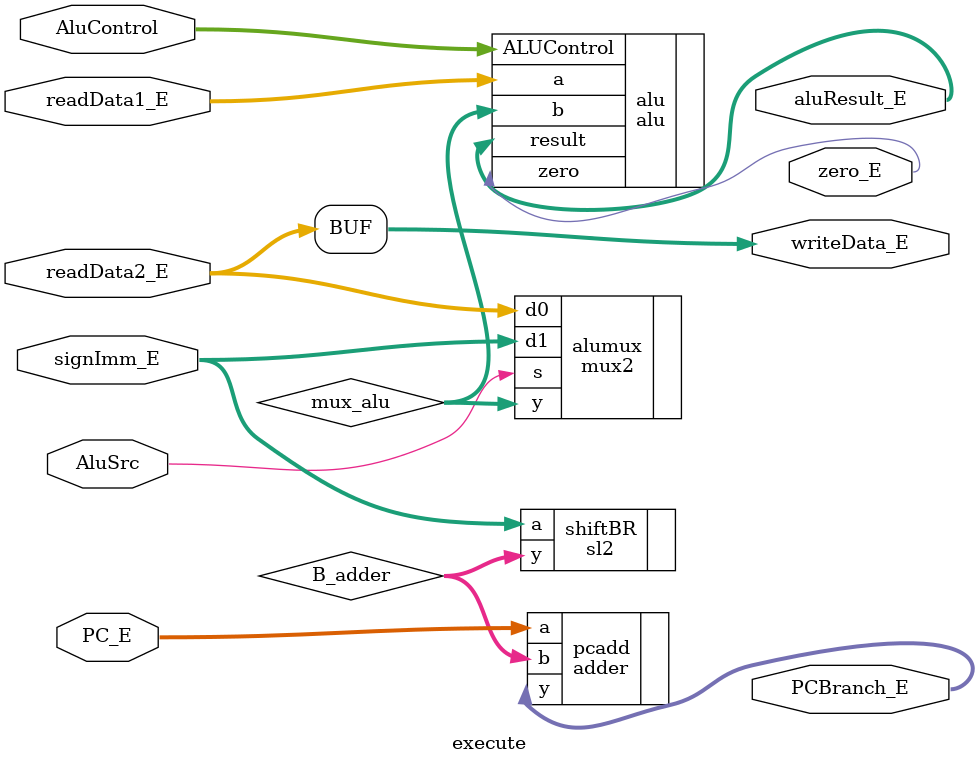
<source format=sv>

module execute(input logic AluSrc,
					input logic [3:0] AluControl,
					input logic [63:0] PC_E, signImm_E, readData1_E, readData2_E,
					output logic [63:0] PCBranch_E, aluResult_E, writeData_E,
					output logic zero_E);
	logic [63:0] mux_alu, B_adder; 
					
	// Instancia del modulo mux
	mux2 alumux(.d0(readData2_E), .d1(signImm_E), .s(AluSrc), .y(mux_alu));  
	
	// Instancia del modulo alu
	alu alu(.a(readData1_E), .b(mux_alu), .ALUControl(AluControl), .result(aluResult_E), .zero(zero_E));
	
	// Instancia del modulo shift left 2
	sl2 shiftBR(.a(signImm_E), .y(B_adder));
	
	// Instancia del modulo adder
	adder pcadd(.a(PC_E), .b(B_adder), .y(PCBranch_E));
	
	assign writeData_E = readData2_E; // para entender esto ver la fig del modulo execute
	
endmodule
</source>
